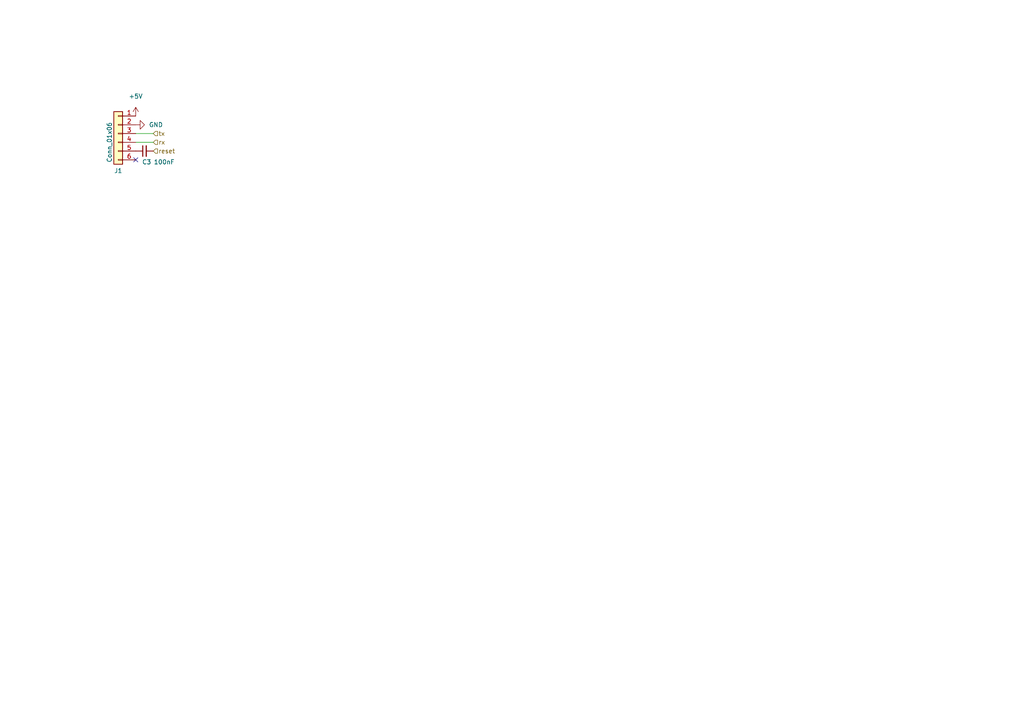
<source format=kicad_sch>
(kicad_sch (version 20211123) (generator eeschema)
  (paper "A4")
  (lib_symbols
    (symbol "ex00:Capacitor" (pin_numbers hide) (pin_names (offset 0.254) hide)
      (property "Reference" "C" (at 0.254 1.778 0))
      (property "Value" "Capacitor" (at 0.254 -2.032 0))
      (symbol "Capacitor_0_1"
        (polyline (pts (xy -1.524 -0.508) (xy 1.524 -0.508)) (stroke (width 0.3302)))
        (polyline (pts (xy -1.524 0.508) (xy 1.524 0.508)) (stroke (width 0.3048)))
      )
      (symbol "Capacitor_1_1"
        (pin passive line (at 0 2.54 270) (length 2.032) (name "~") (number "1"))
        (pin passive line (at 0 -2.54 90) (length 2.032) (name "~") (number "2"))
      )
    )
    (symbol "ex00:Conn_01x06" (pin_names (offset 1.016) hide)
      (property "Reference" "J" (at 0 -10.16 0))
      (property "Value" "Conn_01x06" (at -2.794 -1.27 90))
      (symbol "Conn_01x06_1_1"
        (rectangle (start 1.27 -8.89) (end -1.27 6.35) (stroke (width 0.254)) (fill (type background)))
        (rectangle (start 1.27 -7.747) (end 0 -7.493) (stroke (width 0.1524)))
        (rectangle (start 1.27 -5.207) (end 0 -4.953) (stroke (width 0.1524)))
        (rectangle (start 1.27 -2.667) (end 0 -2.413) (stroke (width 0.1524)))
        (rectangle (start 1.27 -0.127) (end 0 0.127) (stroke (width 0.1524)))
        (rectangle (start 1.27 2.413) (end 0 2.667) (stroke (width 0.1524)))
        (rectangle (start 1.27 4.953) (end 0 5.207) (stroke (width 0.1524)))
        (pin passive line (at 5.08 -7.62 180) (length 3.81) (name "Pin_1") (number "1"))
        (pin passive line (at 5.08 -5.08 180) (length 3.81) (name "Pin_2") (number "2"))
        (pin passive line (at 5.08 -2.54 180) (length 3.81) (name "Pin_3") (number "3"))
        (pin passive line (at 5.08 0 180) (length 3.81) (name "Pin_4") (number "4"))
        (pin passive line (at 5.08 2.54 180) (length 3.81) (name "Pin_5") (number "5"))
        (pin passive line (at 5.08 5.08 180) (length 3.81) (name "Pin_6") (number "6"))
      )
    )
    (symbol "power:+5V" (power) (pin_names (offset 0))
      (property "Value" "+5V" (at 0 3.556 0))
      (symbol "+5V_0_1"
        (polyline (pts (xy -0.762 1.27) (xy 0 2.54)))
        (polyline (pts (xy 0 0) (xy 0 2.54)))
        (polyline (pts (xy 0 2.54) (xy 0.762 1.27)))
      )
      (symbol "+5V_1_1"
        (pin power_in line (at 0 0 90) (length 0) hide (name "+5V") (number "1"))
      )
    )
    (symbol "power:GND" (power) (pin_names (offset 0))
      (property "Value" "GND" (at 0 -3.81 0))
      (symbol "GND_0_1"
        (polyline (pts (xy 0 0) (xy 0 -1.27) (xy 1.27 -1.27) (xy 0 -2.54) (xy -1.27 -1.27) (xy 0 -1.27)))
      )
      (symbol "GND_1_1"
        (pin power_in line (at 0 0 270) (length 0) hide (name "GND") (number "1"))
      )
    )
  )
  (no_connect (at 39.37 46.355))
  (wire (pts (xy 39.37 41.275) (xy 44.45 41.275)))
  (wire (pts (xy 39.37 38.735) (xy 44.45 38.735)))
  (hierarchical_label "rx" (shape input) (at 44.45 41.275 0))
  (hierarchical_label "reset" (shape input) (at 44.45 43.815 0))
  (hierarchical_label "tx" (shape input) (at 44.45 38.735 0))
  (symbol (lib_id "power:+5V") (at 39.37 33.655 0) (unit 1)
    (property "Reference" "#PWR0117" (effects hide))
    (property "Value" "+5V" (at 39.37 27.94 0))
  )
  (symbol (lib_id "power:GND") (at 39.37 36.195 90) (unit 1)
    (property "Reference" "#PWR0118" (effects hide))
    (property "Value" "GND" (at 43.18 36.1949 90) (effects (justify right)))
  )
  (symbol (lib_id "ex00:Conn_01x06") (at 34.29 41.275 0) (mirror x) (unit 1)
    (property "Reference" "J1" (at 34.29 49.53 0))
    (property "Value" "Conn_01x06" (at 31.75 41.275 90))
    (property "Footprint" "cao_empreintes_cheat:PinHeader_1x06_P2.54mm_Vertical" (effects hide))
  )
  (symbol (lib_id "ex00:Capacitor") (at 41.91 43.815 90) (unit 1)
    (property "Reference" "C3" (at 42.545 46.99 90))
    (property "Value" "100nF" (at 47.625 46.99 90))
    (property "Footprint" "cao_empreintes_cheat:C_0603_1608Metric" (effects hide))
  )
)
</source>
